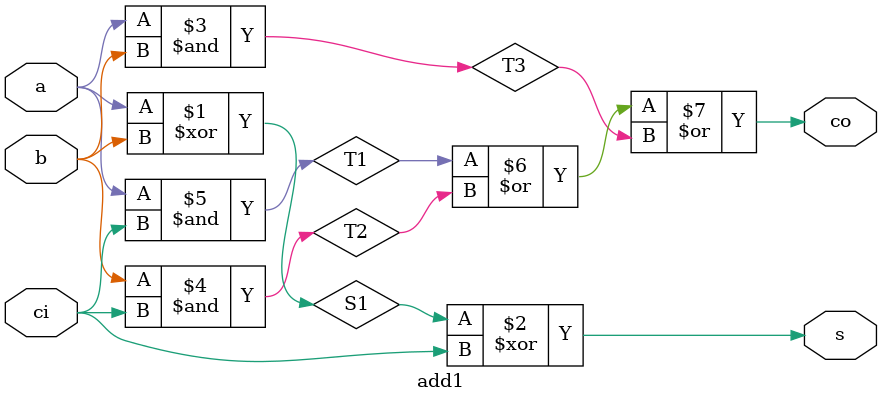
<source format=v>
`timescale 1ns / 1ps

module add1 (a, b, ci, s, co);
input a;
input b;
input ci;
output s;
output co;
wire S1, T1, T2, T3;
// -- statements -- //
xor x1 (S1, a, b);
xor x2 (s, S1, ci);
and A1 (T3, a, b );
and A2 (T2, b, ci);
and A3 (T1, a, ci);
or O1 (co, T1, T2, T3 );
endmodule

</source>
